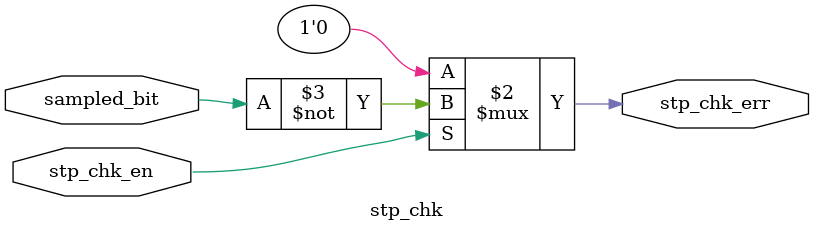
<source format=v>
module stp_chk(
				//input wire clk,
				//input wire rst,
				input sampled_bit,
				input stp_chk_en,
				output stp_chk_err
				);
assign stp_chk_err = (stp_chk_en) ? (sampled_bit ^ 1'b1) : 1'b0;
// always @(posedge clk or negedge rst) begin
// 	if(!rst)
// 		stp_chk_err <= 1'b0;
// 	else if(stp_chk_en)
// 		stp_chk_err <= sampled_bit ^ 1'b1;
// 	else
// 		stp_chk_err<= 1'b0;
// end
endmodule 
</source>
